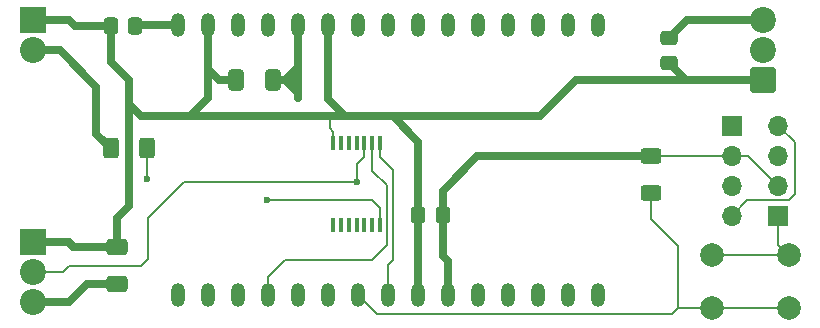
<source format=gbr>
%TF.GenerationSoftware,KiCad,Pcbnew,9.0.0*%
%TF.CreationDate,2025-03-14T11:53:48-04:00*%
%TF.ProjectId,RGB Clock Controller,52474220-436c-46f6-936b-20436f6e7472,rev?*%
%TF.SameCoordinates,Original*%
%TF.FileFunction,Copper,L1,Top*%
%TF.FilePolarity,Positive*%
%FSLAX46Y46*%
G04 Gerber Fmt 4.6, Leading zero omitted, Abs format (unit mm)*
G04 Created by KiCad (PCBNEW 9.0.0) date 2025-03-14 11:53:48*
%MOMM*%
%LPD*%
G01*
G04 APERTURE LIST*
G04 Aperture macros list*
%AMRoundRect*
0 Rectangle with rounded corners*
0 $1 Rounding radius*
0 $2 $3 $4 $5 $6 $7 $8 $9 X,Y pos of 4 corners*
0 Add a 4 corners polygon primitive as box body*
4,1,4,$2,$3,$4,$5,$6,$7,$8,$9,$2,$3,0*
0 Add four circle primitives for the rounded corners*
1,1,$1+$1,$2,$3*
1,1,$1+$1,$4,$5*
1,1,$1+$1,$6,$7*
1,1,$1+$1,$8,$9*
0 Add four rect primitives between the rounded corners*
20,1,$1+$1,$2,$3,$4,$5,0*
20,1,$1+$1,$4,$5,$6,$7,0*
20,1,$1+$1,$6,$7,$8,$9,0*
20,1,$1+$1,$8,$9,$2,$3,0*%
G04 Aperture macros list end*
%TA.AperFunction,SMDPad,CuDef*%
%ADD10RoundRect,0.250000X-0.475000X0.337500X-0.475000X-0.337500X0.475000X-0.337500X0.475000X0.337500X0*%
%TD*%
%TA.AperFunction,SMDPad,CuDef*%
%ADD11RoundRect,0.250000X0.650000X-0.412500X0.650000X0.412500X-0.650000X0.412500X-0.650000X-0.412500X0*%
%TD*%
%TA.AperFunction,SMDPad,CuDef*%
%ADD12RoundRect,0.250000X0.412500X0.650000X-0.412500X0.650000X-0.412500X-0.650000X0.412500X-0.650000X0*%
%TD*%
%TA.AperFunction,ComponentPad*%
%ADD13R,2.200000X2.200000*%
%TD*%
%TA.AperFunction,ComponentPad*%
%ADD14C,2.200000*%
%TD*%
%TA.AperFunction,SMDPad,CuDef*%
%ADD15RoundRect,0.250000X-0.400000X-0.625000X0.400000X-0.625000X0.400000X0.625000X-0.400000X0.625000X0*%
%TD*%
%TA.AperFunction,ComponentPad*%
%ADD16R,1.700000X1.700000*%
%TD*%
%TA.AperFunction,ComponentPad*%
%ADD17O,1.700000X1.700000*%
%TD*%
%TA.AperFunction,SMDPad,CuDef*%
%ADD18R,0.400000X1.200000*%
%TD*%
%TA.AperFunction,ComponentPad*%
%ADD19RoundRect,0.249999X0.850001X-0.850001X0.850001X0.850001X-0.850001X0.850001X-0.850001X-0.850001X0*%
%TD*%
%TA.AperFunction,SMDPad,CuDef*%
%ADD20RoundRect,0.250000X0.337500X0.475000X-0.337500X0.475000X-0.337500X-0.475000X0.337500X-0.475000X0*%
%TD*%
%TA.AperFunction,ComponentPad*%
%ADD21O,1.200000X2.000000*%
%TD*%
%TA.AperFunction,ComponentPad*%
%ADD22C,2.000000*%
%TD*%
%TA.AperFunction,SMDPad,CuDef*%
%ADD23RoundRect,0.250000X-0.625000X0.400000X-0.625000X-0.400000X0.625000X-0.400000X0.625000X0.400000X0*%
%TD*%
%TA.AperFunction,ViaPad*%
%ADD24C,0.600000*%
%TD*%
%TA.AperFunction,Conductor*%
%ADD25C,0.635000*%
%TD*%
%TA.AperFunction,Conductor*%
%ADD26C,0.200000*%
%TD*%
G04 APERTURE END LIST*
D10*
%TO.P,C5,1*%
%TO.N,VCC*%
X115824000Y-59944000D03*
%TO.P,C5,2*%
%TO.N,GND*%
X115824000Y-62019000D03*
%TD*%
D11*
%TO.P,C3,1*%
%TO.N,VCC*%
X69088000Y-80705000D03*
%TO.P,C3,2*%
%TO.N,GND*%
X69088000Y-77580000D03*
%TD*%
D12*
%TO.P,C1,1*%
%TO.N,+3V3*%
X82296000Y-63500000D03*
%TO.P,C1,2*%
%TO.N,GND*%
X79171000Y-63500000D03*
%TD*%
D13*
%TO.P,J1,1,Pin_1*%
%TO.N,GND*%
X61976000Y-58420000D03*
D14*
%TO.P,J1,2,Pin_2*%
%TO.N,VCC*%
X61976000Y-60960000D03*
%TD*%
D15*
%TO.P,R1,1*%
%TO.N,VCC*%
X68580000Y-69215000D03*
%TO.P,R1,2*%
%TO.N,Net-(A1-D5)*%
X71680000Y-69215000D03*
%TD*%
D16*
%TO.P,J3,1,Pin_1*%
%TO.N,GND*%
X125095000Y-74955400D03*
D17*
%TO.P,J3,2,Pin_2*%
%TO.N,+3V3*%
X125095000Y-72415400D03*
%TO.P,J3,3,Pin_3*%
%TO.N,Net-(A1-D1)*%
X125095000Y-69875400D03*
%TO.P,J3,4,Pin_4*%
%TO.N,Net-(A1-D2)*%
X125095000Y-67335400D03*
%TD*%
D18*
%TO.P,U2,1*%
%TO.N,Net-(A1-D5)*%
X91358000Y-68834000D03*
%TO.P,U2,2*%
%TO.N,Net-(A1-RX)*%
X90708000Y-68834000D03*
%TO.P,U2,3*%
%TO.N,Net-(J2-Pin_2)*%
X90058000Y-68834000D03*
%TO.P,U2,4*%
%TO.N,N/C*%
X89408000Y-68834000D03*
%TO.P,U2,5*%
X88758000Y-68834000D03*
%TO.P,U2,6*%
X88108000Y-68834000D03*
%TO.P,U2,7,GND*%
%TO.N,GND*%
X87458000Y-68834000D03*
%TO.P,U2,8*%
%TO.N,N/C*%
X87458000Y-75734000D03*
%TO.P,U2,9*%
X88108000Y-75734000D03*
%TO.P,U2,10*%
X88758000Y-75734000D03*
%TO.P,U2,11*%
X89408000Y-75734000D03*
%TO.P,U2,12*%
X90058000Y-75734000D03*
%TO.P,U2,13*%
X90708000Y-75734000D03*
%TO.P,U2,14,VCC*%
%TO.N,VCC*%
X91358000Y-75734000D03*
%TD*%
D19*
%TO.P,J5,1,Pin_1*%
%TO.N,GND*%
X123825000Y-63500000D03*
D14*
%TO.P,J5,2,Pin_2*%
%TO.N,Net-(J2-Pin_2)*%
X123825000Y-60960000D03*
%TO.P,J5,3,Pin_3*%
%TO.N,VCC*%
X123825000Y-58420000D03*
%TD*%
D20*
%TO.P,C2,1*%
%TO.N,+3V3*%
X96690000Y-74930000D03*
%TO.P,C2,2*%
%TO.N,GND*%
X94615000Y-74930000D03*
%TD*%
D21*
%TO.P,A1,1,3V3*%
%TO.N,+3V3*%
X74255000Y-81707000D03*
%TO.P,A1,2,GND*%
%TO.N,GND*%
X76795000Y-81707000D03*
%TO.P,A1,3,TX*%
%TO.N,unconnected-(A1-TX-Pad3)*%
X79335000Y-81707000D03*
%TO.P,A1,4,RX*%
%TO.N,Net-(A1-RX)*%
X81875000Y-81707000D03*
%TO.P,A1,5,D8*%
%TO.N,unconnected-(A1-D8-Pad5)*%
X84415000Y-81707000D03*
%TO.P,A1,6,D7*%
%TO.N,unconnected-(A1-D7-Pad6)*%
X86955000Y-81707000D03*
%TO.P,A1,7,D6*%
%TO.N,/~{CFG}*%
X89495000Y-81707000D03*
%TO.P,A1,8,D5*%
%TO.N,Net-(A1-D5)*%
X92035000Y-81707000D03*
%TO.P,A1,9,GND*%
%TO.N,GND*%
X94575000Y-81707000D03*
%TO.P,A1,10,3V3*%
%TO.N,+3V3*%
X97115000Y-81707000D03*
%TO.P,A1,11,D4*%
%TO.N,unconnected-(A1-D4-Pad11)*%
X99655000Y-81707000D03*
%TO.P,A1,12,D3*%
%TO.N,unconnected-(A1-D3-Pad12)*%
X102195000Y-81707000D03*
%TO.P,A1,13,D2*%
%TO.N,Net-(A1-D2)*%
X104735000Y-81707000D03*
%TO.P,A1,14,D1*%
%TO.N,Net-(A1-D1)*%
X107275000Y-81707000D03*
%TO.P,A1,15,D0*%
%TO.N,unconnected-(A1-D0-Pad15)*%
X109815000Y-81707000D03*
%TO.P,A1,16,A0*%
%TO.N,unconnected-(A1-A0-Pad16)*%
X109815000Y-58847000D03*
%TO.P,A1,17*%
%TO.N,N/C*%
X107275000Y-58847000D03*
%TO.P,A1,18*%
X104735000Y-58847000D03*
%TO.P,A1,19,SD3*%
%TO.N,unconnected-(A1-SD3-Pad19)*%
X102195000Y-58847000D03*
%TO.P,A1,20,SD2*%
%TO.N,unconnected-(A1-SD2-Pad20)*%
X99655000Y-58847000D03*
%TO.P,A1,21,SD1*%
%TO.N,unconnected-(A1-SD1-Pad21)*%
X97115000Y-58847000D03*
%TO.P,A1,22,CMD*%
%TO.N,unconnected-(A1-CMD-Pad22)*%
X94575000Y-58847000D03*
%TO.P,A1,23,SD0*%
%TO.N,unconnected-(A1-SD0-Pad23)*%
X92035000Y-58847000D03*
%TO.P,A1,24,CLK*%
%TO.N,unconnected-(A1-CLK-Pad24)*%
X89495000Y-58847000D03*
%TO.P,A1,25,GND*%
%TO.N,GND*%
X86955000Y-58847000D03*
%TO.P,A1,26,3V3*%
%TO.N,+3V3*%
X84415000Y-58847000D03*
%TO.P,A1,27,EN*%
%TO.N,unconnected-(A1-EN-Pad27)*%
X81875000Y-58847000D03*
%TO.P,A1,28,~{RST}*%
%TO.N,unconnected-(A1-~{RST}-Pad28)*%
X79335000Y-58847000D03*
%TO.P,A1,29,GND*%
%TO.N,GND*%
X76795000Y-58847000D03*
%TO.P,A1,30,V+*%
%TO.N,VCC*%
X74255000Y-58847000D03*
%TD*%
D16*
%TO.P,U1,1,GND*%
%TO.N,GND*%
X121158000Y-67360800D03*
D17*
%TO.P,U1,2,VCC*%
%TO.N,+3V3*%
X121158000Y-69900800D03*
%TO.P,U1,3,SCL*%
%TO.N,Net-(A1-D1)*%
X121158000Y-72440800D03*
%TO.P,U1,4,SDA*%
%TO.N,Net-(A1-D2)*%
X121158000Y-74980800D03*
%TD*%
D22*
%TO.P,SW3,1,1*%
%TO.N,/~{CFG}*%
X125984000Y-82804000D03*
X119484000Y-82804000D03*
%TO.P,SW3,2,2*%
%TO.N,GND*%
X125984000Y-78304000D03*
X119484000Y-78304000D03*
%TD*%
D20*
%TO.P,C4,1*%
%TO.N,VCC*%
X70655000Y-58928000D03*
%TO.P,C4,2*%
%TO.N,GND*%
X68580000Y-58928000D03*
%TD*%
D23*
%TO.P,R4,1*%
%TO.N,+3V3*%
X114300000Y-69925000D03*
%TO.P,R4,2*%
%TO.N,/~{CFG}*%
X114300000Y-73025000D03*
%TD*%
D13*
%TO.P,J2,1,Pin_1*%
%TO.N,GND*%
X61976000Y-77216000D03*
D14*
%TO.P,J2,2,Pin_2*%
%TO.N,Net-(J2-Pin_2)*%
X61976000Y-79756000D03*
%TO.P,J2,3,Pin_3*%
%TO.N,VCC*%
X61976000Y-82296000D03*
%TD*%
D24*
%TO.N,VCC*%
X81788000Y-73660000D03*
%TO.N,Net-(J2-Pin_2)*%
X89408000Y-72136000D03*
%TO.N,Net-(A1-D5)*%
X71628000Y-71882000D03*
%TO.N,+3V3*%
X84415000Y-62905000D03*
X84415000Y-64008000D03*
X84415000Y-65024000D03*
%TD*%
D25*
%TO.N,GND*%
X94615000Y-76454000D02*
X94615000Y-74930000D01*
X75271000Y-66548000D02*
X76795000Y-65024000D01*
X76795000Y-62571000D02*
X76795000Y-58847000D01*
X87122000Y-66548000D02*
X88392000Y-66548000D01*
D26*
X125095000Y-74955400D02*
X125095000Y-77415000D01*
X87458000Y-68834000D02*
X87458000Y-67900000D01*
X87122000Y-67564000D02*
X87122000Y-66548000D01*
X125984000Y-78304000D02*
X119484000Y-78304000D01*
D25*
X75184000Y-66548000D02*
X75271000Y-66548000D01*
X62484000Y-58928000D02*
X61976000Y-58420000D01*
X86955000Y-65111000D02*
X88392000Y-66548000D01*
X65024000Y-58420000D02*
X61976000Y-58420000D01*
X104902000Y-66548000D02*
X107950000Y-63500000D01*
X92456000Y-66548000D02*
X104902000Y-66548000D01*
D26*
X87458000Y-67900000D02*
X87122000Y-67564000D01*
D25*
X68580000Y-58928000D02*
X68580000Y-61976000D01*
X94615000Y-68707000D02*
X92456000Y-66548000D01*
X75184000Y-66548000D02*
X87122000Y-66548000D01*
X71120000Y-66548000D02*
X75184000Y-66548000D01*
X70104000Y-65532000D02*
X70104000Y-74168000D01*
X119634000Y-63500000D02*
X117305000Y-63500000D01*
X94615000Y-68707000D02*
X94615000Y-74930000D01*
X65532000Y-58928000D02*
X68580000Y-58928000D01*
D26*
X125095000Y-77415000D02*
X125984000Y-78304000D01*
D25*
X86955000Y-58847000D02*
X86955000Y-65111000D01*
X107950000Y-63500000D02*
X119634000Y-63500000D01*
X77724000Y-63500000D02*
X79171000Y-63500000D01*
X88392000Y-66548000D02*
X92456000Y-66548000D01*
X65024000Y-58420000D02*
X65532000Y-58928000D01*
X65388000Y-77580000D02*
X65024000Y-77216000D01*
X117305000Y-63500000D02*
X115824000Y-62019000D01*
X76795000Y-65024000D02*
X76795000Y-62571000D01*
X68580000Y-61976000D02*
X70104000Y-63500000D01*
X94615000Y-81667000D02*
X94615000Y-76454000D01*
X65388000Y-77580000D02*
X69088000Y-77580000D01*
X76795000Y-62571000D02*
X77724000Y-63500000D01*
X65024000Y-77216000D02*
X61976000Y-77216000D01*
X69088000Y-75184000D02*
X69088000Y-77580000D01*
X70104000Y-74168000D02*
X69088000Y-75184000D01*
X70104000Y-65532000D02*
X70104000Y-63500000D01*
X70104000Y-65532000D02*
X71120000Y-66548000D01*
X119634000Y-63500000D02*
X123825000Y-63500000D01*
%TO.N,VCC*%
X67385000Y-68020000D02*
X67385000Y-64083000D01*
D26*
X91358000Y-74340000D02*
X90678000Y-73660000D01*
D25*
X65024000Y-82296000D02*
X61976000Y-82296000D01*
X119126000Y-58420000D02*
X117348000Y-58420000D01*
X74255000Y-58847000D02*
X70736000Y-58847000D01*
D26*
X91358000Y-75734000D02*
X91358000Y-74340000D01*
D25*
X67385000Y-64083000D02*
X64262000Y-60960000D01*
D26*
X90678000Y-73660000D02*
X81788000Y-73660000D01*
D25*
X66615000Y-80705000D02*
X65024000Y-82296000D01*
X119126000Y-58420000D02*
X123825000Y-58420000D01*
X64262000Y-60960000D02*
X61976000Y-60960000D01*
X117348000Y-58420000D02*
X115824000Y-59944000D01*
X66615000Y-80705000D02*
X69088000Y-80705000D01*
X68580000Y-69215000D02*
X67385000Y-68020000D01*
D26*
%TO.N,Net-(J2-Pin_2)*%
X90058000Y-68834000D02*
X90058000Y-69962000D01*
X71755000Y-78613000D02*
X71120000Y-79248000D01*
X89408000Y-70612000D02*
X90058000Y-69962000D01*
X71755000Y-75184000D02*
X71755000Y-78613000D01*
X64516000Y-79756000D02*
X65024000Y-79248000D01*
X74803000Y-72136000D02*
X71755000Y-75184000D01*
X61976000Y-79756000D02*
X62484000Y-79248000D01*
X65024000Y-79248000D02*
X65532000Y-79248000D01*
X89408000Y-72136000D02*
X74803000Y-72136000D01*
X89408000Y-72136000D02*
X89408000Y-70612000D01*
X61976000Y-79756000D02*
X64516000Y-79756000D01*
X71120000Y-79248000D02*
X65532000Y-79248000D01*
%TO.N,Net-(A1-D5)*%
X91358000Y-68834000D02*
X91358000Y-70022000D01*
X91358000Y-70022000D02*
X92456000Y-71120000D01*
X71628000Y-69267000D02*
X71680000Y-69215000D01*
X92035000Y-79161000D02*
X92035000Y-81707000D01*
X92456000Y-71120000D02*
X92456000Y-78740000D01*
X92456000Y-78740000D02*
X92035000Y-79161000D01*
X71628000Y-71882000D02*
X71628000Y-69267000D01*
D25*
%TO.N,+3V3*%
X83820000Y-63500000D02*
X83312000Y-63500000D01*
X99620000Y-69925000D02*
X96690000Y-72855000D01*
D26*
X121158000Y-69900800D02*
X114324200Y-69900800D01*
D25*
X114300000Y-69925000D02*
X99620000Y-69925000D01*
X96690000Y-74930000D02*
X96690000Y-78355000D01*
D26*
X121158000Y-69900800D02*
X122580400Y-69900800D01*
X122580400Y-69900800D02*
X125095000Y-72415400D01*
D25*
X84415000Y-62905000D02*
X83820000Y-63500000D01*
X84415000Y-62484000D02*
X84328000Y-62484000D01*
X84415000Y-58847000D02*
X84415000Y-62484000D01*
X96690000Y-72855000D02*
X96690000Y-74930000D01*
X84415000Y-64603000D02*
X84415000Y-65024000D01*
X96690000Y-78355000D02*
X97115000Y-78780000D01*
X83312000Y-63500000D02*
X84415000Y-64603000D01*
X84328000Y-64008000D02*
X83820000Y-63500000D01*
X84415000Y-62484000D02*
X84415000Y-62905000D01*
X84328000Y-62484000D02*
X83312000Y-63500000D01*
X97115000Y-81707000D02*
X97115000Y-78780000D01*
X84415000Y-62905000D02*
X84415000Y-65024000D01*
X83312000Y-63500000D02*
X82296000Y-63500000D01*
X84415000Y-64008000D02*
X84328000Y-64008000D01*
D26*
X114324200Y-69900800D02*
X114300000Y-69925000D01*
%TO.N,/~{CFG}*%
X119484000Y-82804000D02*
X125984000Y-82804000D01*
X116586000Y-77542000D02*
X114300000Y-75256000D01*
X114300000Y-75256000D02*
X114300000Y-73025000D01*
X111252000Y-83312000D02*
X116078000Y-83312000D01*
X116586000Y-82804000D02*
X116586000Y-77542000D01*
X89495000Y-81707000D02*
X91100000Y-83312000D01*
X116586000Y-82804000D02*
X116078000Y-83312000D01*
X91100000Y-83312000D02*
X111252000Y-83312000D01*
X119484000Y-82804000D02*
X116586000Y-82804000D01*
%TO.N,Net-(A1-RX)*%
X91948000Y-72390000D02*
X91948000Y-77470000D01*
X90678000Y-78740000D02*
X83312000Y-78740000D01*
X91948000Y-77470000D02*
X90678000Y-78740000D01*
X90708000Y-71150000D02*
X91948000Y-72390000D01*
X83312000Y-78740000D02*
X81875000Y-80177000D01*
X81875000Y-80177000D02*
X81875000Y-81707000D01*
X90708000Y-68834000D02*
X90708000Y-71150000D01*
%TO.N,Net-(A1-D2)*%
X125095000Y-67335400D02*
X126492000Y-68732400D01*
X125984000Y-73660000D02*
X122478800Y-73660000D01*
X122478800Y-73660000D02*
X121158000Y-74980800D01*
X126492000Y-68732400D02*
X126492000Y-73152000D01*
X126492000Y-73152000D02*
X125984000Y-73660000D01*
%TD*%
M02*

</source>
